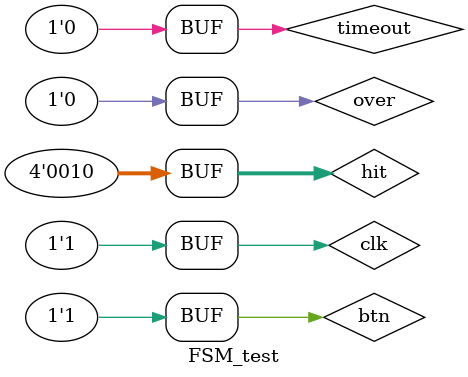
<source format=v>
`timescale 1ns / 1ps


module FSM_test;

	// Inputs
	reg clk;
	reg btn;
	reg [3:0] hit;
	reg over;
	reg timeout;

	// Outputs
	wire [15:0] blood_dec;
	wire reset;
	wire [1:0] graph_state;

	// Instantiate the Unit Under Test (UUT)
	FSM_Control uut (
		.clk(clk), 
		.btn(btn), 
		.hit(hit), 
		.over(over), 
		.timeout(timeout), 
		.blood_dec(blood_dec), 
		.reset(reset), 
		.graph_state(graph_state)
	);

	initial begin

		btn = 0;
		hit = 0;
		over = 0;
		timeout = 0;
		#20;
		btn=1;
		#50;
		over=1;
		#50;
		over=0;
		btn=0;
		btn=1;
		#50;
		timeout=1;
		#50;
		timeout=0;
		btn=0;btn=1;
		#10
		hit=0;
		#10
		hit=4'b0001;
		#10
		hit=4'b1001;
		#10
		hit=4'b0010;
		#10
		over=0;
	end
   always 
	begin
		clk=0; #5;
		clk=1; #5;
	end
endmodule


</source>
